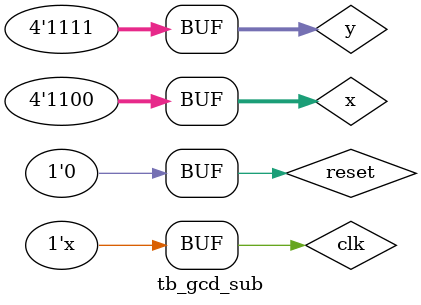
<source format=v>
`timescale 1ns / 1ps

/** @module : tb_gcd_sub
 *  @author : Secure Trusted and Assured Microelectronics (STAM) Center

 *  Copyright (c) 2023 PQC.Secure (STAM/SCAI/ASU)
 *  Permission is hereby granted, free of charge, to any person obtaining a copy
 *  of this software and associated documentation files (the "Software"), to deal
 *  in the Software without restriction, including without limitation the rights
 *  to use, copy, modify, merge, publish, distribute, sublicense, and/or sell
 *  copies of the Software, and to permit persons to whom the Software is
 *  furnished to do so, subject to the following conditions:
 *  The above copyright notice and this permission notice shall be included in
 *  all copies or substantial portions of the Software.
 *
 *  THE SOFTWARE IS PROVIDED "AS IS", WITHOUT WARRANTY OF ANY KIND, EXPRESS OR
 *  IMPLIED, INCLUDING BUT NOT LIMITED TO THE WARRANTIES OF MERCHANTABILITY,
 *  FITNESS FOR A PARTICULAR PURPOSE AND NONINFRINGEMENT. IN NO EVENT SHALL THE
 *  AUTHORS OR COPYRIGHT HOLDERS BE LIABLE FOR ANY CLAIM, DAMAGES OR OTHER
 *  LIABILITY, WHETHER IN AN ACTION OF CONTRACT, TORT OR OTHERWISE, ARISING FROM,
 *  OUT OF OR IN CONNECTION WITH THE SOFTWARE OR THE USE OR OTHER DEALINGS IN
 *  THE SOFTWARE.
 *
 *
 */

module tb_gcd_sub;

reg clk, reset;
reg [3:0] x, y;
wire [3:0] result;

gcd_sub dut(.clk(clk), .reset(reset), .x(x), .y(y), .result(result));

always #5 clk = ~clk;

initial begin
    clk = 0;
    reset = 1;
    x = 12;
    y = 15;
    #10; reset = 0;
    //#10; x = 12; y = 4;
end

endmodule
</source>
